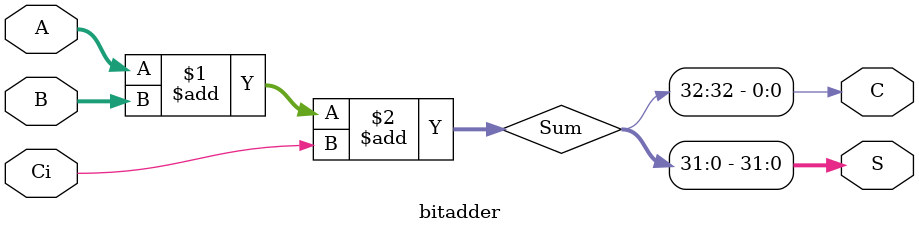
<source format=v>
module bitadder(S,C,A,B,Ci);
  
  input [31:0] A;
  input [31:0] B;
  input  Ci;
  output [31:0] S;
  output C;
   wire [32:0] Sum;
  assign Sum  = A+B+Ci;
  assign S=  Sum[31:0];
  assign C = Sum[32] ;
  
endmodule

</source>
